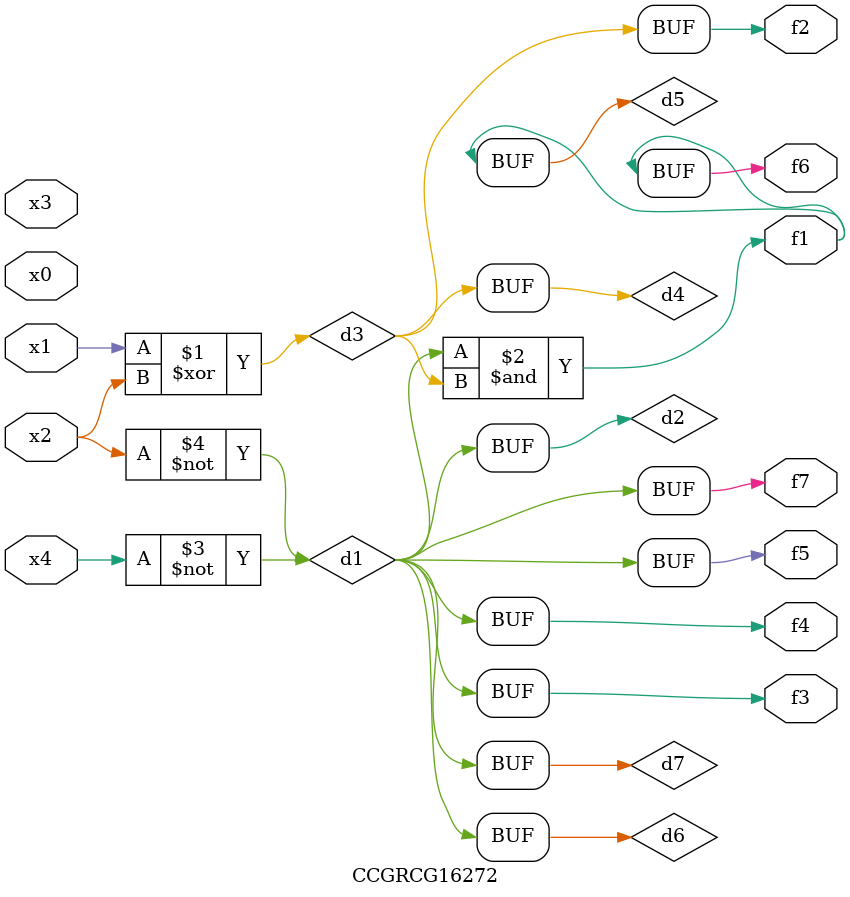
<source format=v>
module CCGRCG16272(
	input x0, x1, x2, x3, x4,
	output f1, f2, f3, f4, f5, f6, f7
);

	wire d1, d2, d3, d4, d5, d6, d7;

	not (d1, x4);
	not (d2, x2);
	xor (d3, x1, x2);
	buf (d4, d3);
	and (d5, d1, d3);
	buf (d6, d1, d2);
	buf (d7, d2);
	assign f1 = d5;
	assign f2 = d4;
	assign f3 = d7;
	assign f4 = d7;
	assign f5 = d7;
	assign f6 = d5;
	assign f7 = d7;
endmodule

</source>
